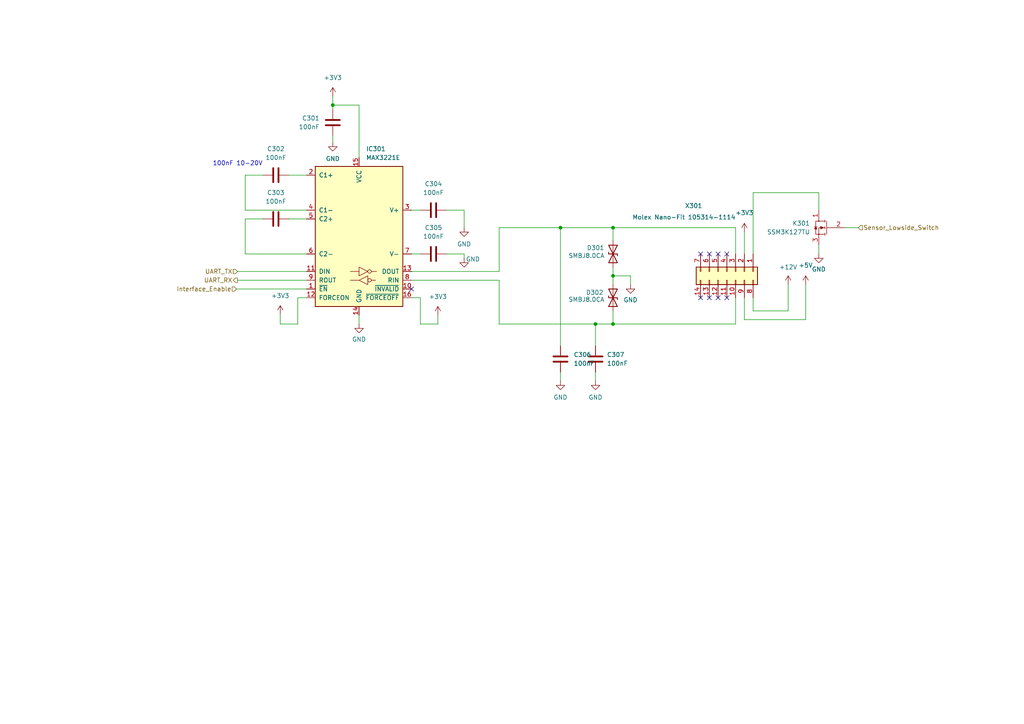
<source format=kicad_sch>
(kicad_sch (version 20211123) (generator eeschema)
  (paper "A4")
  (lib_symbols
    (symbol "Connector_Generic:Conn_02x07_Top_Bottom" (pin_names (offset 1.016) hide)
      (property "Reference" "J" (at 1.27 10.16 0))
      (property "Value" "Conn_02x07_Top_Bottom" (at 1.27 -10.16 0))
      (symbol "Conn_02x07_Top_Bottom_1_1"
        (rectangle (start -1.27 -7.493) (end 0 -7.747) (stroke (width 0.1524)))
        (rectangle (start -1.27 -4.953) (end 0 -5.207) (stroke (width 0.1524)))
        (rectangle (start -1.27 -2.413) (end 0 -2.667) (stroke (width 0.1524)))
        (rectangle (start -1.27 0.127) (end 0 -0.127) (stroke (width 0.1524)))
        (rectangle (start -1.27 2.667) (end 0 2.413) (stroke (width 0.1524)))
        (rectangle (start -1.27 5.207) (end 0 4.953) (stroke (width 0.1524)))
        (rectangle (start -1.27 7.747) (end 0 7.493) (stroke (width 0.1524)))
        (rectangle (start -1.27 8.89) (end 3.81 -8.89) (stroke (width 0.254)) (fill (type background)))
        (rectangle (start 3.81 -7.493) (end 2.54 -7.747) (stroke (width 0.1524)))
        (rectangle (start 3.81 -4.953) (end 2.54 -5.207) (stroke (width 0.1524)))
        (rectangle (start 3.81 -2.413) (end 2.54 -2.667) (stroke (width 0.1524)))
        (rectangle (start 3.81 0.127) (end 2.54 -0.127) (stroke (width 0.1524)))
        (rectangle (start 3.81 2.667) (end 2.54 2.413) (stroke (width 0.1524)))
        (rectangle (start 3.81 5.207) (end 2.54 4.953) (stroke (width 0.1524)))
        (rectangle (start 3.81 7.747) (end 2.54 7.493) (stroke (width 0.1524)))
        (pin passive line (at -5.08 7.62 0) (length 3.81) (name "Pin_1") (number "1"))
        (pin passive line (at 7.62 2.54 180) (length 3.81) (name "Pin_10") (number "10"))
        (pin passive line (at 7.62 0 180) (length 3.81) (name "Pin_11") (number "11"))
        (pin passive line (at 7.62 -2.54 180) (length 3.81) (name "Pin_12") (number "12"))
        (pin passive line (at 7.62 -5.08 180) (length 3.81) (name "Pin_13") (number "13"))
        (pin passive line (at 7.62 -7.62 180) (length 3.81) (name "Pin_14") (number "14"))
        (pin passive line (at -5.08 5.08 0) (length 3.81) (name "Pin_2") (number "2"))
        (pin passive line (at -5.08 2.54 0) (length 3.81) (name "Pin_3") (number "3"))
        (pin passive line (at -5.08 0 0) (length 3.81) (name "Pin_4") (number "4"))
        (pin passive line (at -5.08 -2.54 0) (length 3.81) (name "Pin_5") (number "5"))
        (pin passive line (at -5.08 -5.08 0) (length 3.81) (name "Pin_6") (number "6"))
        (pin passive line (at -5.08 -7.62 0) (length 3.81) (name "Pin_7") (number "7"))
        (pin passive line (at 7.62 7.62 180) (length 3.81) (name "Pin_8") (number "8"))
        (pin passive line (at 7.62 5.08 180) (length 3.81) (name "Pin_9") (number "9"))
      )
    )
    (symbol "Device:C" (pin_numbers hide) (pin_names (offset 0.254))
      (property "Reference" "C" (at 0.635 2.54 0))
      (property "Value" "C" (at 0.635 -2.54 0))
      (symbol "C_0_1"
        (polyline (pts (xy -2.032 -0.762) (xy 2.032 -0.762)) (stroke (width 0.508)))
        (polyline (pts (xy -2.032 0.762) (xy 2.032 0.762)) (stroke (width 0.508)))
      )
      (symbol "C_1_1"
        (pin passive line (at 0 3.81 270) (length 2.794) (name "~") (number "1"))
        (pin passive line (at 0 -3.81 90) (length 2.794) (name "~") (number "2"))
      )
    )
    (symbol "Device:D_TVS" (pin_numbers hide) (pin_names (offset 1.016) hide)
      (property "Reference" "D" (at 0 2.54 0))
      (property "Value" "D_TVS" (at 0 -2.54 0))
      (symbol "D_TVS_0_1"
        (polyline (pts (xy 1.27 0) (xy -1.27 0)))
        (polyline (pts (xy 0.508 1.27) (xy 0 1.27) (xy 0 -1.27) (xy -0.508 -1.27)) (stroke (width 0.254)))
        (polyline (pts (xy -2.54 1.27) (xy -2.54 -1.27) (xy 2.54 1.27) (xy 2.54 -1.27) (xy -2.54 1.27)) (stroke (width 0.254)))
      )
      (symbol "D_TVS_1_1"
        (pin passive line (at -3.81 0 0) (length 2.54) (name "A1") (number "1"))
        (pin passive line (at 3.81 0 180) (length 2.54) (name "A2") (number "2"))
      )
    )
    (symbol "HER_Symbole:NMOS_FET"
      (property "Reference" "K" (at 5.461 2.159 0))
      (property "Value" "NMOS_FET" (at 8.255 5.334 0))
      (symbol "NMOS_FET_0_1"
        (circle (center 0 -1.905) (radius 0.127))
        (polyline (pts (xy -3.81 0) (xy -2.286 0)))
        (polyline (pts (xy -2.286 -1.905) (xy -2.286 1.905)))
        (polyline (pts (xy -1.778 -1.524) (xy -1.778 -2.286)))
        (polyline (pts (xy -1.778 0.381) (xy -1.778 -0.381)))
        (polyline (pts (xy -1.778 1.905) (xy 0 1.905)))
        (polyline (pts (xy -1.778 2.286) (xy -1.778 1.524)))
        (polyline (pts (xy 0.508 -0.254) (xy 1.27 -0.254)))
        (polyline (pts (xy -1.778 0) (xy 0 0) (xy 0 2.032)))
        (polyline (pts (xy -1.397 0) (xy -0.508 0.381) (xy -0.508 -0.381) (xy -1.397 0)) (fill (type outline)))
        (polyline (pts (xy 0.889 -0.254) (xy 1.27 0.381) (xy 0.508 0.381) (xy 0.889 -0.254)) (fill (type outline)))
        (polyline (pts (xy -1.778 -1.905) (xy 0.254 -1.905) (xy 0.889 -1.905) (xy 0.889 1.905) (xy 0.254 1.905) (xy 0 1.905)))
        (circle (center 0 1.905) (radius 0.127))
      )
      (symbol "NMOS_FET_1_1"
        (pin passive line (at 0 -5.08 90) (length 3.048) (name "") (number "1"))
        (pin passive line (at -7.62 0 0) (length 3.81) (name "") (number "2"))
        (pin passive line (at 0 5.08 270) (length 3.048) (name "") (number "3"))
      )
    )
    (symbol "Interface_UART:MAX3221" (pin_names (offset 1.016))
      (property "Reference" "U" (at -10.16 21.59 0))
      (property "Value" "MAX3221" (at 12.7 21.59 0))
      (symbol "MAX3221_0_1"
        (rectangle (start -12.7 -20.32) (end 12.7 20.32) (stroke (width 0.254)) (fill (type background)))
        (polyline (pts (xy -2.54 -12.7) (xy 0 -12.7) (xy 0 -12.7)))
        (polyline (pts (xy -2.54 -10.16) (xy 0 -10.16) (xy 0 -10.16)))
        (polyline (pts (xy 3.556 -12.7) (xy 4.826 -12.7) (xy 4.826 -12.7)))
        (polyline (pts (xy 3.556 -10.16) (xy 5.08 -10.16) (xy 5.08 -10.16)))
        (polyline (pts (xy 2.54 -11.43) (xy 2.54 -13.97) (xy 0 -12.7) (xy 2.54 -11.43) (xy 2.54 -11.43)))
        (polyline (pts (xy 0 -11.43) (xy 0 -8.89) (xy 2.54 -10.16) (xy 0 -11.43) (xy 0 -11.43) (xy 0 -11.43)))
        (circle (center 3.048 -12.7) (radius 0.508))
        (circle (center 3.048 -10.16) (radius 0.508))
      )
      (symbol "MAX3221_1_1"
        (pin input line (at -15.24 -15.24 0) (length 2.54) (name "~{EN}") (number "1"))
        (pin output line (at 15.24 -15.24 180) (length 2.54) (name "~{INVALID}") (number "10"))
        (pin input line (at -15.24 -10.16 0) (length 2.54) (name "DIN") (number "11"))
        (pin input line (at -15.24 -17.78 0) (length 2.54) (name "FORCEON") (number "12"))
        (pin output line (at 15.24 -10.16 180) (length 2.54) (name "DOUT") (number "13"))
        (pin power_in line (at 0 -22.86 90) (length 2.54) (name "GND") (number "14"))
        (pin power_in line (at 0 22.86 270) (length 2.54) (name "VCC") (number "15"))
        (pin input line (at 15.24 -17.78 180) (length 2.54) (name "~{FORCEOFF}") (number "16"))
        (pin passive line (at -15.24 17.78 0) (length 2.54) (name "C1+") (number "2"))
        (pin power_out line (at 15.24 7.62 180) (length 2.54) (name "V+") (number "3"))
        (pin passive line (at -15.24 7.62 0) (length 2.54) (name "C1-") (number "4"))
        (pin passive line (at -15.24 5.08 0) (length 2.54) (name "C2+") (number "5"))
        (pin passive line (at -15.24 -5.08 0) (length 2.54) (name "C2-") (number "6"))
        (pin power_out line (at 15.24 -5.08 180) (length 2.54) (name "V-") (number "7"))
        (pin input line (at 15.24 -12.7 180) (length 2.54) (name "RIN") (number "8"))
        (pin output line (at -15.24 -12.7 0) (length 2.54) (name "ROUT") (number "9"))
      )
    )
    (symbol "power:+12V" (power) (pin_names (offset 0))
      (property "Value" "+12V" (at 0 3.556 0))
      (symbol "+12V_0_1"
        (polyline (pts (xy -0.762 1.27) (xy 0 2.54)))
        (polyline (pts (xy 0 0) (xy 0 2.54)))
        (polyline (pts (xy 0 2.54) (xy 0.762 1.27)))
      )
      (symbol "+12V_1_1"
        (pin power_in line (at 0 0 90) (length 0) hide (name "+12V") (number "1"))
      )
    )
    (symbol "power:+3.3V" (power) (pin_names (offset 0))
      (property "Value" "+3.3V" (at 0 3.556 0))
      (symbol "+3.3V_0_1"
        (polyline (pts (xy -0.762 1.27) (xy 0 2.54)))
        (polyline (pts (xy 0 0) (xy 0 2.54)))
        (polyline (pts (xy 0 2.54) (xy 0.762 1.27)))
      )
      (symbol "+3.3V_1_1"
        (pin power_in line (at 0 0 90) (length 0) hide (name "+3V3") (number "1"))
      )
    )
    (symbol "power:+3V3" (power) (pin_names (offset 0))
      (property "Value" "+3V3" (at 0 3.556 0))
      (symbol "+3V3_0_1"
        (polyline (pts (xy -0.762 1.27) (xy 0 2.54)))
        (polyline (pts (xy 0 0) (xy 0 2.54)))
        (polyline (pts (xy 0 2.54) (xy 0.762 1.27)))
      )
      (symbol "+3V3_1_1"
        (pin power_in line (at 0 0 90) (length 0) hide (name "+3V3") (number "1"))
      )
    )
    (symbol "power:+5V" (power) (pin_names (offset 0))
      (property "Value" "+5V" (at 0 3.556 0))
      (symbol "+5V_0_1"
        (polyline (pts (xy -0.762 1.27) (xy 0 2.54)))
        (polyline (pts (xy 0 0) (xy 0 2.54)))
        (polyline (pts (xy 0 2.54) (xy 0.762 1.27)))
      )
      (symbol "+5V_1_1"
        (pin power_in line (at 0 0 90) (length 0) hide (name "+5V") (number "1"))
      )
    )
    (symbol "power:GND" (power) (pin_names (offset 0))
      (property "Value" "GND" (at 0 -3.81 0))
      (symbol "GND_0_1"
        (polyline (pts (xy 0 0) (xy 0 -1.27) (xy 1.27 -1.27) (xy 0 -2.54) (xy -1.27 -1.27) (xy 0 -1.27)))
      )
      (symbol "GND_1_1"
        (pin power_in line (at 0 0 270) (length 0) hide (name "GND") (number "1"))
      )
    )
  )
  (junction (at 177.8 80.01))
  (junction (at 177.8 66.04))
  (junction (at 177.8 93.98))
  (junction (at 172.72 93.98))
  (junction (at 96.52 30.48))
  (junction (at 162.56 66.04))
  (no_connect (at 208.28 73.66))
  (no_connect (at 205.74 73.66))
  (no_connect (at 203.2 86.36))
  (no_connect (at 205.74 86.36))
  (no_connect (at 208.28 86.36))
  (no_connect (at 210.82 86.36))
  (no_connect (at 203.2 73.66))
  (no_connect (at 210.82 73.66))
  (no_connect (at 119.38 83.82))
  (wire (pts (xy 119.38 60.96) (xy 121.92 60.96)))
  (wire (pts (xy 119.38 81.28) (xy 144.78 81.28)))
  (wire (pts (xy 218.44 90.17) (xy 228.6 90.17)))
  (wire (pts (xy 86.36 86.36) (xy 86.36 93.98)))
  (wire (pts (xy 96.52 30.48) (xy 96.52 31.75)))
  (wire (pts (xy 162.56 66.04) (xy 162.56 100.33)))
  (wire (pts (xy 213.36 66.04) (xy 177.8 66.04)))
  (wire (pts (xy 177.8 80.01) (xy 177.8 82.55)))
  (wire (pts (xy 144.78 78.74) (xy 144.78 66.04)))
  (wire (pts (xy 144.78 93.98) (xy 172.72 93.98)))
  (wire (pts (xy 213.36 86.36) (xy 213.36 93.98)))
  (wire (pts (xy 144.78 66.04) (xy 162.56 66.04)))
  (wire (pts (xy 68.58 83.82) (xy 88.9 83.82)))
  (wire (pts (xy 228.6 90.17) (xy 228.6 82.55)))
  (wire (pts (xy 218.44 55.88) (xy 237.49 55.88)))
  (wire (pts (xy 68.8975 81.28) (xy 88.9 81.28)))
  (wire (pts (xy 119.38 78.74) (xy 144.78 78.74)))
  (wire (pts (xy 245.11 66.04) (xy 248.92 66.04)))
  (wire (pts (xy 96.52 41.275) (xy 96.52 39.37)))
  (wire (pts (xy 129.54 73.66) (xy 134.62 73.66)))
  (wire (pts (xy 86.36 93.98) (xy 81.28 93.98)))
  (wire (pts (xy 96.52 27.94) (xy 96.52 30.48)))
  (wire (pts (xy 83.82 63.5) (xy 88.9 63.5)))
  (wire (pts (xy 96.52 30.48) (xy 104.14 30.48)))
  (wire (pts (xy 237.49 55.88) (xy 237.49 60.96)))
  (wire (pts (xy 88.9 86.36) (xy 86.36 86.36)))
  (wire (pts (xy 134.62 60.96) (xy 134.62 66.04)))
  (wire (pts (xy 81.28 91.186) (xy 81.28 93.98)))
  (wire (pts (xy 237.49 71.12) (xy 237.49 73.66)))
  (wire (pts (xy 121.92 86.36) (xy 121.92 93.98)))
  (wire (pts (xy 162.56 107.95) (xy 162.56 110.49)))
  (wire (pts (xy 172.72 107.95) (xy 172.72 110.49)))
  (wire (pts (xy 129.54 60.96) (xy 134.62 60.96)))
  (wire (pts (xy 177.8 90.17) (xy 177.8 93.98)))
  (wire (pts (xy 119.38 86.36) (xy 121.92 86.36)))
  (wire (pts (xy 144.78 81.28) (xy 144.78 93.98)))
  (wire (pts (xy 71.12 63.5) (xy 71.12 73.66)))
  (wire (pts (xy 104.14 91.44) (xy 104.14 93.98)))
  (wire (pts (xy 233.68 92.71) (xy 215.9 92.71)))
  (wire (pts (xy 134.62 73.66) (xy 134.62 74.93)))
  (wire (pts (xy 182.88 80.01) (xy 182.88 82.55)))
  (wire (pts (xy 215.9 92.71) (xy 215.9 86.36)))
  (wire (pts (xy 177.8 66.04) (xy 177.8 69.85)))
  (wire (pts (xy 233.68 92.71) (xy 233.68 82.55)))
  (wire (pts (xy 218.44 55.88) (xy 218.44 73.66)))
  (wire (pts (xy 76.2 63.5) (xy 71.12 63.5)))
  (wire (pts (xy 119.38 73.66) (xy 121.92 73.66)))
  (wire (pts (xy 71.12 50.8) (xy 71.12 60.96)))
  (wire (pts (xy 76.2 50.8) (xy 71.12 50.8)))
  (wire (pts (xy 177.8 80.01) (xy 182.88 80.01)))
  (wire (pts (xy 83.82 50.8) (xy 88.9 50.8)))
  (wire (pts (xy 68.8975 78.74) (xy 88.9 78.74)))
  (wire (pts (xy 172.72 93.98) (xy 177.8 93.98)))
  (wire (pts (xy 104.14 30.48) (xy 104.14 45.72)))
  (wire (pts (xy 213.36 73.66) (xy 213.36 66.04)))
  (wire (pts (xy 71.12 60.96) (xy 88.9 60.96)))
  (wire (pts (xy 215.9 73.66) (xy 215.9 67.31)))
  (wire (pts (xy 177.8 93.98) (xy 213.36 93.98)))
  (wire (pts (xy 127 93.98) (xy 127 91.44)))
  (wire (pts (xy 172.72 93.98) (xy 172.72 100.33)))
  (wire (pts (xy 121.92 93.98) (xy 127 93.98)))
  (wire (pts (xy 162.56 66.04) (xy 177.8 66.04)))
  (wire (pts (xy 71.12 73.66) (xy 88.9 73.66)))
  (wire (pts (xy 177.8 77.47) (xy 177.8 80.01)))
  (wire (pts (xy 218.44 86.36) (xy 218.44 90.17)))
  (text "100nF 10-20V" (at 76.2 48.26 180) (effects (font (size 1.27 1.27)) (justify right bottom)))
  (hierarchical_label "UART_RX" (shape output) (at 68.8975 81.28 180))
  (hierarchical_label "UART_TX" (shape input) (at 68.8975 78.74 180))
  (hierarchical_label "Sensor_Lowside_Switch" (shape input) (at 248.92 66.04 0))
  (hierarchical_label "Interface_Enable" (shape input) (at 68.58 83.82 180))
  (symbol (lib_id "Connector_Generic:Conn_02x07_Top_Bottom") (at 210.82 78.74 270) (unit 1)
    (property "Reference" "X301" (at 203.708 59.69 90) (effects (justify right)))
    (property "Value" "Molex Nano-Fit 105314-1114" (at 213.36 62.992 90) (effects (justify right)))
    (property "Footprint" "Connector_Molex:Molex_Nano-Fit_105314-xx14_2x07_P2.50mm_Horizontal" (effects hide))
  )
  (symbol (lib_id "Device:C") (at 172.72 104.14 180) (unit 1)
    (property "Reference" "C307" (at 176.022 102.8699 0) (effects (justify right)))
    (property "Value" "100nF" (at 176.022 105.4099 0) (effects (justify right)))
    (property "Footprint" "Capacitor_SMD:C_0603_1608Metric_Pad1.08x0.95mm_HandSolder" (effects hide))
  )
  (symbol (lib_id "Device:C") (at 162.56 104.14 180) (unit 1)
    (property "Reference" "C306" (at 166.37 102.8699 0) (effects (justify right)))
    (property "Value" "100nF" (at 166.37 105.4099 0) (effects (justify right)))
    (property "Footprint" "Capacitor_SMD:C_0603_1608Metric_Pad1.08x0.95mm_HandSolder" (effects hide))
  )
  (symbol (lib_id "power:GND") (at 104.14 93.98 0) (mirror y) (unit 1)
    (property "Reference" "#PWR0302" (effects hide))
    (property "Value" "GND" (at 104.14 98.425 0))
  )
  (symbol (lib_id "power:+3.3V") (at 96.52 27.94 0) (mirror y) (unit 1)
    (property "Reference" "#PWR0303" (effects hide))
    (property "Value" "+3.3V" (at 96.52 22.5425 0))
  )
  (symbol (lib_id "Device:D_TVS") (at 177.8 73.66 270) (unit 1)
    (property "Reference" "D301" (at 170.18 71.882 90) (effects (justify left)))
    (property "Value" "SMBJ8.0CA" (at 164.846 74.168 90) (effects (justify left)))
    (property "Footprint" "Diode_SMD:D_SMB_Handsoldering" (effects hide))
  )
  (symbol (lib_id "Device:C") (at 80.01 63.5 90) (unit 1)
    (property "Reference" "C303" (at 80.01 55.88 90))
    (property "Value" "100nF" (at 80.01 58.42 90))
    (property "Footprint" "Capacitor_SMD:C_0603_1608Metric_Pad1.08x0.95mm_HandSolder" (effects hide))
  )
  (symbol (lib_id "power:GND") (at 134.62 74.93 0) (mirror y) (unit 1)
    (property "Reference" "#PWR0103" (effects hide))
    (property "Value" "GND" (at 137.16 75.184 0))
  )
  (symbol (lib_id "HER_Symbole:NMOS_FET") (at 237.49 66.04 180) (unit 1)
    (property "Reference" "K301" (at 234.95 64.7699 0) (effects (justify left)))
    (property "Value" "SSM3K127TU" (at 234.95 67.3099 0) (effects (justify left)))
    (property "Footprint" "Package_TO_SOT_SMD:SOT-23" (effects hide))
  )
  (symbol (lib_id "Device:C") (at 125.73 60.96 90) (unit 1)
    (property "Reference" "C304" (at 125.73 53.34 90))
    (property "Value" "100nF" (at 125.73 55.88 90))
    (property "Footprint" "Capacitor_SMD:C_0603_1608Metric_Pad1.08x0.95mm_HandSolder" (effects hide))
  )
  (symbol (lib_id "Device:D_TVS") (at 177.8 86.36 90) (unit 1)
    (property "Reference" "D302" (at 169.926 84.836 90) (effects (justify right)))
    (property "Value" "SMBJ8.0CA" (at 164.846 86.868 90) (effects (justify right)))
    (property "Footprint" "Diode_SMD:D_SMB_Handsoldering" (effects hide))
  )
  (symbol (lib_id "power:GND") (at 237.49 73.66 0) (unit 1)
    (property "Reference" "#PWR0107" (effects hide))
    (property "Value" "GND" (at 237.49 78.105 0))
  )
  (symbol (lib_id "power:+3.3V") (at 81.28 91.186 0) (mirror y) (unit 1)
    (property "Reference" "#PWR0104" (effects hide))
    (property "Value" "+3.3V" (at 81.28 85.7885 0))
  )
  (symbol (lib_id "power:+12V") (at 228.6 82.55 0) (unit 1)
    (property "Reference" "#PWR0308" (effects hide))
    (property "Value" "+12V" (at 228.6 77.47 0))
  )
  (symbol (lib_id "Device:C") (at 80.01 50.8 90) (unit 1)
    (property "Reference" "C302" (at 80.01 43.18 90))
    (property "Value" "100nF" (at 80.01 45.72 90))
    (property "Footprint" "Capacitor_SMD:C_0603_1608Metric_Pad1.08x0.95mm_HandSolder" (effects hide))
  )
  (symbol (lib_id "power:+3V3") (at 215.9 67.31 0) (unit 1)
    (property "Reference" "#PWR0306" (effects hide))
    (property "Value" "+3V3" (at 215.9 61.722 0))
  )
  (symbol (lib_id "Device:C") (at 125.73 73.66 90) (unit 1)
    (property "Reference" "C305" (at 125.73 66.04 90))
    (property "Value" "100nF" (at 125.73 68.58 90))
    (property "Footprint" "Capacitor_SMD:C_0603_1608Metric_Pad1.08x0.95mm_HandSolder" (effects hide))
  )
  (symbol (lib_id "power:GND") (at 134.62 66.04 0) (mirror y) (unit 1)
    (property "Reference" "#PWR0102" (effects hide))
    (property "Value" "GND" (at 134.62 70.8025 0))
  )
  (symbol (lib_id "power:GND") (at 96.52 41.275 0) (mirror y) (unit 1)
    (property "Reference" "#PWR0301" (effects hide))
    (property "Value" "GND" (at 96.52 46.0375 0))
  )
  (symbol (lib_id "power:GND") (at 172.72 110.49 0) (mirror y) (unit 1)
    (property "Reference" "#PWR0106" (effects hide))
    (property "Value" "GND" (at 172.72 115.2525 0))
  )
  (symbol (lib_id "power:+3.3V") (at 127 91.44 0) (mirror y) (unit 1)
    (property "Reference" "#PWR0101" (effects hide))
    (property "Value" "+3.3V" (at 127 86.0425 0))
  )
  (symbol (lib_id "power:GND") (at 182.88 82.55 0) (mirror y) (unit 1)
    (property "Reference" "#PWR0304" (effects hide))
    (property "Value" "GND" (at 182.88 86.995 0))
  )
  (symbol (lib_id "power:+5V") (at 233.68 82.55 0) (unit 1)
    (property "Reference" "#PWR0307" (effects hide))
    (property "Value" "+5V" (at 233.68 76.962 0))
  )
  (symbol (lib_id "Device:C") (at 96.52 35.56 0) (mirror y) (unit 1)
    (property "Reference" "C301" (at 92.71 34.2899 0) (effects (justify left)))
    (property "Value" "100nF" (at 92.71 36.8299 0) (effects (justify left)))
    (property "Footprint" "Capacitor_SMD:C_0603_1608Metric_Pad1.08x0.95mm_HandSolder" (effects hide))
  )
  (symbol (lib_id "power:GND") (at 162.56 110.49 0) (mirror y) (unit 1)
    (property "Reference" "#PWR0105" (effects hide))
    (property "Value" "GND" (at 162.56 115.2525 0))
  )
  (symbol (lib_id "Interface_UART:MAX3221") (at 104.14 68.58 0) (unit 1)
    (property "Reference" "IC301" (at 106.1594 43.18 0) (effects (justify left)))
    (property "Value" "MAX3221E" (at 106.1594 45.72 0) (effects (justify left)))
    (property "Footprint" "Package_SO:SSOP-16_5.3x6.2mm_P0.65mm" (effects hide))
    (property "Datasheet" "http://www.ti.com/lit/ds/symlink/max3221.pdf" (effects hide))
  )
)
</source>
